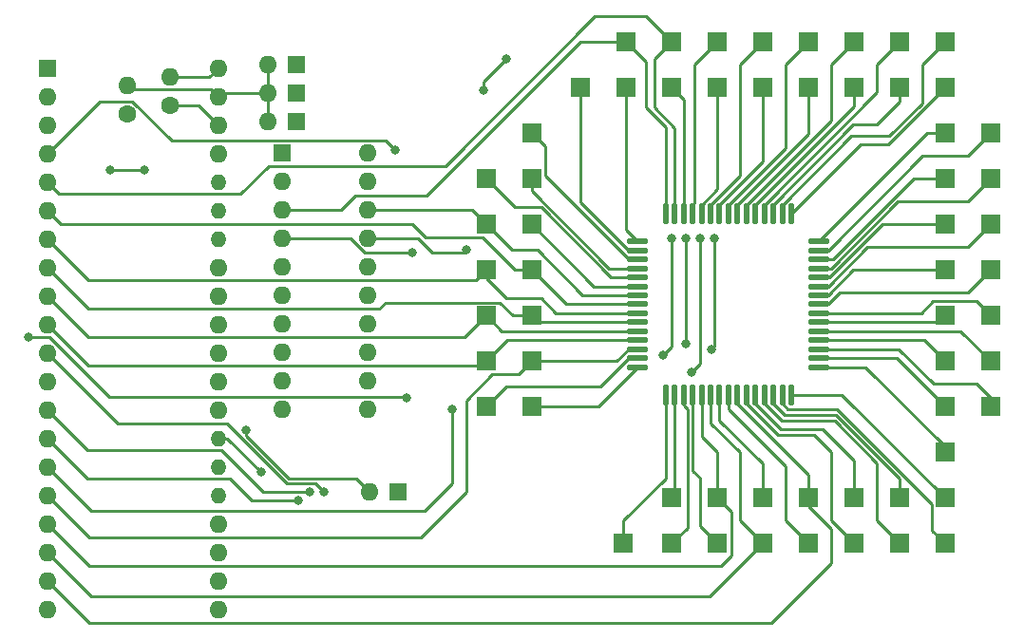
<source format=gtl>
G04 #@! TF.GenerationSoftware,KiCad,Pcbnew,(6.0.0)*
G04 #@! TF.CreationDate,2023-01-29T20:42:11-05:00*
G04 #@! TF.ProjectId,tms7000 qfp 60 adapter,746d7337-3030-4302-9071-667020363020,rev?*
G04 #@! TF.SameCoordinates,Original*
G04 #@! TF.FileFunction,Copper,L1,Top*
G04 #@! TF.FilePolarity,Positive*
%FSLAX46Y46*%
G04 Gerber Fmt 4.6, Leading zero omitted, Abs format (unit mm)*
G04 Created by KiCad (PCBNEW (6.0.0)) date 2023-01-29 20:42:11*
%MOMM*%
%LPD*%
G01*
G04 APERTURE LIST*
G04 Aperture macros list*
%AMRoundRect*
0 Rectangle with rounded corners*
0 $1 Rounding radius*
0 $2 $3 $4 $5 $6 $7 $8 $9 X,Y pos of 4 corners*
0 Add a 4 corners polygon primitive as box body*
4,1,4,$2,$3,$4,$5,$6,$7,$8,$9,$2,$3,0*
0 Add four circle primitives for the rounded corners*
1,1,$1+$1,$2,$3*
1,1,$1+$1,$4,$5*
1,1,$1+$1,$6,$7*
1,1,$1+$1,$8,$9*
0 Add four rect primitives between the rounded corners*
20,1,$1+$1,$2,$3,$4,$5,0*
20,1,$1+$1,$4,$5,$6,$7,0*
20,1,$1+$1,$6,$7,$8,$9,0*
20,1,$1+$1,$8,$9,$2,$3,0*%
G04 Aperture macros list end*
G04 #@! TA.AperFunction,ComponentPad*
%ADD10R,1.700000X1.700000*%
G04 #@! TD*
G04 #@! TA.AperFunction,ComponentPad*
%ADD11R,1.600000X1.600000*%
G04 #@! TD*
G04 #@! TA.AperFunction,ComponentPad*
%ADD12O,1.600000X1.600000*%
G04 #@! TD*
G04 #@! TA.AperFunction,ComponentPad*
%ADD13C,1.600000*%
G04 #@! TD*
G04 #@! TA.AperFunction,ComponentPad*
%ADD14O,1.400000X1.400000*%
G04 #@! TD*
G04 #@! TA.AperFunction,SMDPad,CuDef*
%ADD15RoundRect,0.137500X-0.800000X-0.137500X0.800000X-0.137500X0.800000X0.137500X-0.800000X0.137500X0*%
G04 #@! TD*
G04 #@! TA.AperFunction,SMDPad,CuDef*
%ADD16RoundRect,0.137500X-0.137500X-0.800000X0.137500X-0.800000X0.137500X0.800000X-0.137500X0.800000X0*%
G04 #@! TD*
G04 #@! TA.AperFunction,ViaPad*
%ADD17C,0.800000*%
G04 #@! TD*
G04 #@! TA.AperFunction,Conductor*
%ADD18C,0.250000*%
G04 #@! TD*
G04 APERTURE END LIST*
D10*
X200152000Y-54356000D03*
X179832000Y-50292000D03*
X175768000Y-46228000D03*
X187960000Y-90932000D03*
X183896000Y-86868000D03*
X204216000Y-74676000D03*
D11*
X151384000Y-86360000D03*
D12*
X148844000Y-86360000D03*
D10*
X159258000Y-78740000D03*
X196088000Y-50292000D03*
D13*
X131064000Y-51845000D03*
D12*
X131064000Y-49305000D03*
D10*
X163322000Y-74676000D03*
X187960000Y-50292000D03*
X200152000Y-82804000D03*
X200152000Y-70612000D03*
X204216000Y-58420000D03*
X196088000Y-46228000D03*
X163322000Y-66548000D03*
X163322000Y-78740000D03*
X171704000Y-50292000D03*
X183896000Y-46228000D03*
X179832000Y-90932000D03*
X175768000Y-86868000D03*
X192024000Y-86868000D03*
X183896000Y-50292000D03*
X179832000Y-46228000D03*
X163322000Y-62484000D03*
X171450000Y-90932000D03*
X179832000Y-86868000D03*
D11*
X141102000Y-56134000D03*
D12*
X141102000Y-58674000D03*
X141102000Y-61214000D03*
X141102000Y-63754000D03*
X141102000Y-66294000D03*
X141102000Y-68834000D03*
X141102000Y-71374000D03*
X141102000Y-73914000D03*
X141102000Y-76454000D03*
X141102000Y-78994000D03*
X148722000Y-78994000D03*
X148722000Y-76454000D03*
X148722000Y-73914000D03*
X148722000Y-71374000D03*
X148722000Y-68834000D03*
X148722000Y-66294000D03*
X148722000Y-63754000D03*
X148722000Y-61214000D03*
X148722000Y-58674000D03*
X148722000Y-56134000D03*
D10*
X192024000Y-90932000D03*
X159258000Y-62484000D03*
D11*
X142325810Y-50800000D03*
D12*
X139785810Y-50800000D03*
D10*
X196088000Y-86868000D03*
X175768000Y-90932000D03*
X200152000Y-62484000D03*
X183896000Y-90932000D03*
X200152000Y-46228000D03*
D11*
X120116000Y-48531500D03*
D12*
X120116000Y-51071500D03*
X120116000Y-53611500D03*
X120116000Y-56151500D03*
X120116000Y-58691500D03*
X120116000Y-61231500D03*
X120116000Y-63771500D03*
X120116000Y-66311500D03*
X120116000Y-68851500D03*
X120116000Y-71391500D03*
X120116000Y-73931500D03*
X120116000Y-76471500D03*
X120116000Y-79011500D03*
X120116000Y-81551500D03*
X120116000Y-84091500D03*
X120116000Y-86631500D03*
X120116000Y-89171500D03*
X120116000Y-91711500D03*
X120116000Y-94251500D03*
X120116000Y-96791500D03*
X135356000Y-96791500D03*
X135356000Y-94251500D03*
X135356000Y-91711500D03*
X135356000Y-89171500D03*
D14*
X135356000Y-86631500D03*
X135356000Y-84091500D03*
X135356000Y-81551500D03*
D12*
X135356000Y-79011500D03*
X135356000Y-76471500D03*
X135356000Y-73931500D03*
X135356000Y-71391500D03*
X135356000Y-68851500D03*
X135356000Y-66311500D03*
D14*
X135356000Y-63771500D03*
X135356000Y-61231500D03*
X135356000Y-58691500D03*
D12*
X135356000Y-56151500D03*
X135356000Y-53611500D03*
X135356000Y-51071500D03*
X135356000Y-48531500D03*
D10*
X204216000Y-70612000D03*
D13*
X127254000Y-52607000D03*
D12*
X127254000Y-50067000D03*
D11*
X142325810Y-53340000D03*
D12*
X139785810Y-53340000D03*
D10*
X187960000Y-46228000D03*
X163322000Y-54356000D03*
X159258000Y-70612000D03*
X200152000Y-66548000D03*
X204216000Y-62484000D03*
X200152000Y-50292000D03*
X200152000Y-74676000D03*
X159258000Y-74676000D03*
X171704000Y-46228000D03*
X163322000Y-58420000D03*
X204216000Y-78740000D03*
X187960000Y-86868000D03*
X196088000Y-90932000D03*
X192024000Y-50292000D03*
X204216000Y-54356000D03*
X200152000Y-90932000D03*
X159258000Y-66548000D03*
X200152000Y-78740000D03*
D11*
X142325810Y-48260000D03*
D12*
X139785810Y-48260000D03*
D10*
X167640000Y-50292000D03*
X200152000Y-86868000D03*
D15*
X172760500Y-63996000D03*
X172760500Y-64796000D03*
X172760500Y-65596000D03*
X172760500Y-66396000D03*
X172760500Y-67196000D03*
X172760500Y-67996000D03*
X172760500Y-68796000D03*
X172760500Y-69596000D03*
X172760500Y-70396000D03*
X172760500Y-71196000D03*
X172760500Y-71996000D03*
X172760500Y-72796000D03*
X172760500Y-73596000D03*
X172760500Y-74396000D03*
X172760500Y-75196000D03*
D16*
X175248000Y-77683500D03*
X176048000Y-77683500D03*
X176848000Y-77683500D03*
X177648000Y-77683500D03*
X178448000Y-77683500D03*
X179248000Y-77683500D03*
X180048000Y-77683500D03*
X180848000Y-77683500D03*
X181648000Y-77683500D03*
X182448000Y-77683500D03*
X183248000Y-77683500D03*
X184048000Y-77683500D03*
X184848000Y-77683500D03*
X185648000Y-77683500D03*
X186448000Y-77683500D03*
D15*
X188935500Y-75196000D03*
X188935500Y-74396000D03*
X188935500Y-73596000D03*
X188935500Y-72796000D03*
X188935500Y-71996000D03*
X188935500Y-71196000D03*
X188935500Y-70396000D03*
X188935500Y-69596000D03*
X188935500Y-68796000D03*
X188935500Y-67996000D03*
X188935500Y-67196000D03*
X188935500Y-66396000D03*
X188935500Y-65596000D03*
X188935500Y-64796000D03*
X188935500Y-63996000D03*
D16*
X186448000Y-61508500D03*
X185648000Y-61508500D03*
X184848000Y-61508500D03*
X184048000Y-61508500D03*
X183248000Y-61508500D03*
X182448000Y-61508500D03*
X181648000Y-61508500D03*
X180848000Y-61508500D03*
X180048000Y-61508500D03*
X179248000Y-61508500D03*
X178448000Y-61508500D03*
X177648000Y-61508500D03*
X176848000Y-61508500D03*
X176048000Y-61508500D03*
X175248000Y-61508500D03*
D10*
X175768000Y-50292000D03*
X200152000Y-58420000D03*
X163322000Y-70612000D03*
X204216000Y-66548000D03*
X159258000Y-58420000D03*
X192024000Y-46228000D03*
D17*
X161036000Y-47752000D03*
X159004000Y-50546000D03*
X137858859Y-80835141D03*
X125730000Y-57658000D03*
X128778000Y-57658000D03*
X151130000Y-55880000D03*
X118491989Y-72516011D03*
X152146000Y-77978000D03*
X144780000Y-86360000D03*
X143510000Y-86360000D03*
X156210000Y-78994000D03*
X142494000Y-87122000D03*
X139192000Y-84582000D03*
X152654000Y-65024000D03*
X178308000Y-63754000D03*
X177546000Y-75692000D03*
X177038000Y-73152000D03*
X177038000Y-63754000D03*
X179324000Y-73660000D03*
X179578000Y-63754000D03*
X175006000Y-74168000D03*
X175768000Y-63754000D03*
X157480000Y-64770000D03*
D18*
X179248000Y-60717606D02*
X179248000Y-61508500D01*
X181864000Y-48260000D02*
X181864000Y-58101606D01*
X183896000Y-46228000D02*
X181864000Y-48260000D01*
X181864000Y-58101606D02*
X179248000Y-60717606D01*
X161036000Y-47752000D02*
X159004000Y-49784000D01*
X177648000Y-60717606D02*
X177800000Y-60565606D01*
X177648000Y-61508500D02*
X177648000Y-60717606D01*
X159004000Y-49784000D02*
X159004000Y-50546000D01*
X177800000Y-48260000D02*
X179832000Y-46228000D01*
X177800000Y-60565606D02*
X177800000Y-48260000D01*
X139836875Y-57258511D02*
X155593489Y-57258511D01*
X120116000Y-58691500D02*
X121140511Y-59716011D01*
X174244000Y-52070000D02*
X174244000Y-47752000D01*
X176048000Y-53874000D02*
X174244000Y-52070000D01*
X173482000Y-43942000D02*
X175768000Y-46228000D01*
X174244000Y-47752000D02*
X175768000Y-46228000D01*
X155593489Y-57258511D02*
X168910000Y-43942000D01*
X121140511Y-59716011D02*
X137379375Y-59716011D01*
X176048000Y-61508500D02*
X176048000Y-53874000D01*
X137379375Y-59716011D02*
X139836875Y-57258511D01*
X168910000Y-43942000D02*
X173482000Y-43942000D01*
X147632480Y-85148480D02*
X141664198Y-85148480D01*
X139785810Y-50800000D02*
X135627500Y-50800000D01*
X134714011Y-50429511D02*
X135356000Y-51071500D01*
X125730000Y-57658000D02*
X128778000Y-57658000D01*
X127616511Y-50429511D02*
X134714011Y-50429511D01*
X139785810Y-48260000D02*
X139785810Y-53340000D01*
X137858859Y-81343141D02*
X137858859Y-80835141D01*
X135627500Y-50800000D02*
X135356000Y-51071500D01*
X127254000Y-50067000D02*
X127616511Y-50429511D01*
X148844000Y-86360000D02*
X147632480Y-85148480D01*
X141664198Y-85148480D02*
X137858859Y-81343141D01*
X179832000Y-59333606D02*
X179832000Y-50292000D01*
X178448000Y-61508500D02*
X178448000Y-60717606D01*
X178448000Y-60717606D02*
X179832000Y-59333606D01*
X150259489Y-55009489D02*
X131246789Y-55009489D01*
X176848000Y-51372000D02*
X175768000Y-50292000D01*
X176848000Y-61508500D02*
X176848000Y-51372000D01*
X131246789Y-55009489D02*
X127719789Y-51482489D01*
X127719789Y-51482489D02*
X124785011Y-51482489D01*
X151130000Y-55880000D02*
X150259489Y-55009489D01*
X124785011Y-51482489D02*
X120116000Y-56151500D01*
X180048000Y-77683500D02*
X180048000Y-79972000D01*
X120290811Y-72516011D02*
X118491989Y-72516011D01*
X180048000Y-79972000D02*
X183896000Y-83820000D01*
X163322000Y-78740000D02*
X169216500Y-78740000D01*
X169216500Y-78740000D02*
X172760500Y-75196000D01*
X152146000Y-77978000D02*
X152037489Y-77869489D01*
X185928000Y-84074000D02*
X185928000Y-88900000D01*
X134582500Y-49305000D02*
X135356000Y-48531500D01*
X180848000Y-78994000D02*
X185928000Y-84074000D01*
X131064000Y-49305000D02*
X134582500Y-49305000D01*
X125644289Y-77869489D02*
X120290811Y-72516011D01*
X180848000Y-77683500D02*
X180848000Y-78994000D01*
X185928000Y-88900000D02*
X187960000Y-90932000D01*
X183896000Y-83820000D02*
X183896000Y-86868000D01*
X152037489Y-77869489D02*
X125644289Y-77869489D01*
X133589500Y-51845000D02*
X135356000Y-53611500D01*
X131064000Y-51845000D02*
X133589500Y-51845000D01*
X164147022Y-69088000D02*
X161036000Y-69088000D01*
X161036000Y-69088000D02*
X159258000Y-67310000D01*
X123780511Y-67436011D02*
X120116000Y-63771500D01*
X159258000Y-67310000D02*
X159258000Y-66548000D01*
X158369989Y-67436011D02*
X123780511Y-67436011D01*
X159258000Y-66548000D02*
X158369989Y-67436011D01*
X165455022Y-70396000D02*
X164147022Y-69088000D01*
X172760500Y-70396000D02*
X165455022Y-70396000D01*
X123780511Y-72516011D02*
X120116000Y-68851500D01*
X160642000Y-71996000D02*
X159258000Y-70612000D01*
X172760500Y-71996000D02*
X160642000Y-71996000D01*
X157353989Y-72516011D02*
X123780511Y-72516011D01*
X159258000Y-70612000D02*
X157353989Y-72516011D01*
X144018000Y-85598000D02*
X141478000Y-85598000D01*
X126448500Y-80264000D02*
X120116000Y-73931500D01*
X144780000Y-86360000D02*
X144018000Y-85598000D01*
X175248000Y-85102000D02*
X171450000Y-88900000D01*
X175248000Y-77683500D02*
X175248000Y-85102000D01*
X141478000Y-85598000D02*
X136144000Y-80264000D01*
X136144000Y-80264000D02*
X126448500Y-80264000D01*
X171450000Y-88900000D02*
X171450000Y-90932000D01*
X176848000Y-77683500D02*
X176848000Y-78643520D01*
X177198480Y-89501520D02*
X175768000Y-90932000D01*
X123680511Y-82576011D02*
X135609989Y-82576011D01*
X176848000Y-78643520D02*
X177198480Y-78994000D01*
X177198480Y-78994000D02*
X177198480Y-89501520D01*
X143510000Y-86360000D02*
X139393978Y-86360000D01*
X120116000Y-79011500D02*
X123680511Y-82576011D01*
X139393978Y-86360000D02*
X135609989Y-82576011D01*
X169403606Y-76962000D02*
X161036000Y-76962000D01*
X124071489Y-88046989D02*
X153761011Y-88046989D01*
X156210000Y-85598000D02*
X156210000Y-78994000D01*
X172760500Y-74396000D02*
X171969606Y-74396000D01*
X171969606Y-74396000D02*
X169403606Y-76962000D01*
X120116000Y-84091500D02*
X124071489Y-88046989D01*
X153761011Y-88046989D02*
X156210000Y-85598000D01*
X161036000Y-76962000D02*
X159258000Y-78740000D01*
X152662614Y-62484000D02*
X121368500Y-62484000D01*
X153837125Y-63658511D02*
X152662614Y-62484000D01*
X158908511Y-63658511D02*
X153837125Y-63658511D01*
X121368500Y-62484000D02*
X120116000Y-61231500D01*
X166370000Y-69596000D02*
X163322000Y-66548000D01*
X163322000Y-66548000D02*
X161798000Y-66548000D01*
X172760500Y-69596000D02*
X166370000Y-69596000D01*
X161798000Y-66548000D02*
X158908511Y-63658511D01*
X149733989Y-69976011D02*
X123780511Y-69976011D01*
X123780511Y-69976011D02*
X120116000Y-66311500D01*
X172760500Y-71196000D02*
X163906000Y-71196000D01*
X163322000Y-70612000D02*
X161607022Y-70612000D01*
X150272511Y-69437489D02*
X149733989Y-69976011D01*
X163906000Y-71196000D02*
X163322000Y-70612000D01*
X161607022Y-70612000D02*
X160432511Y-69437489D01*
X160432511Y-69437489D02*
X150272511Y-69437489D01*
X123780511Y-75056011D02*
X120116000Y-71391500D01*
X159258000Y-74676000D02*
X158877989Y-75056011D01*
X161138000Y-72796000D02*
X159258000Y-74676000D01*
X172760500Y-72796000D02*
X161138000Y-72796000D01*
X158877989Y-75056011D02*
X123780511Y-75056011D01*
X177648000Y-84430000D02*
X178308000Y-85090000D01*
X142494000Y-87122000D02*
X138377978Y-87122000D01*
X178308000Y-85090000D02*
X178308000Y-89408000D01*
X177648000Y-77683500D02*
X177648000Y-84430000D01*
X138377978Y-87122000D02*
X136371989Y-85116011D01*
X178308000Y-89408000D02*
X179832000Y-90932000D01*
X120116000Y-81551500D02*
X123680511Y-85116011D01*
X123680511Y-85116011D02*
X136371989Y-85116011D01*
X120116000Y-89171500D02*
X123908500Y-92964000D01*
X180149022Y-92964000D02*
X181102000Y-92011022D01*
X123908500Y-92964000D02*
X180149022Y-92964000D01*
X181102000Y-92011022D02*
X181102000Y-88138000D01*
X181102000Y-88138000D02*
X179832000Y-86868000D01*
X179832000Y-82804000D02*
X179832000Y-86868000D01*
X178448000Y-77683500D02*
X178448000Y-81420000D01*
X178448000Y-81420000D02*
X179832000Y-82804000D01*
X189992000Y-92710000D02*
X189992000Y-89662000D01*
X184658000Y-98044000D02*
X189992000Y-92710000D01*
X187960000Y-87630000D02*
X187960000Y-86868000D01*
X181648000Y-78474394D02*
X187960000Y-84786394D01*
X181648000Y-77683500D02*
X181648000Y-78474394D01*
X189992000Y-89662000D02*
X187960000Y-87630000D01*
X187960000Y-84786394D02*
X187960000Y-86868000D01*
X123908500Y-98044000D02*
X184658000Y-98044000D01*
X120116000Y-94251500D02*
X123908500Y-98044000D01*
X190307586Y-80010000D02*
X194056000Y-83758414D01*
X184048000Y-78474394D02*
X185583606Y-80010000D01*
X184048000Y-77683500D02*
X184048000Y-78474394D01*
X194056000Y-83758414D02*
X194056000Y-88900000D01*
X185583606Y-80010000D02*
X190307586Y-80010000D01*
X194056000Y-88900000D02*
X196088000Y-90932000D01*
X198977489Y-89757489D02*
X200152000Y-90932000D01*
X186119126Y-78945520D02*
X190514542Y-78945520D01*
X185648000Y-77683500D02*
X185648000Y-78474394D01*
X190514542Y-78945520D02*
X198977489Y-87408467D01*
X198977489Y-87408467D02*
X198977489Y-89757489D01*
X185648000Y-78474394D02*
X186119126Y-78945520D01*
X190967500Y-77683500D02*
X200152000Y-86868000D01*
X186448000Y-77683500D02*
X190967500Y-77683500D01*
X157480000Y-78168978D02*
X159798467Y-75850511D01*
X162147489Y-75850511D02*
X163322000Y-74676000D01*
X163322000Y-74676000D02*
X170889606Y-74676000D01*
X123908500Y-90424000D02*
X153416000Y-90424000D01*
X157480000Y-86360000D02*
X157480000Y-78168978D01*
X120116000Y-86631500D02*
X123908500Y-90424000D01*
X153416000Y-90424000D02*
X157480000Y-86360000D01*
X159798467Y-75850511D02*
X162147489Y-75850511D01*
X170889606Y-74676000D02*
X171969606Y-73596000D01*
X171969606Y-73596000D02*
X172760500Y-73596000D01*
X179161011Y-95666989D02*
X183896000Y-90932000D01*
X181864000Y-82804000D02*
X181864000Y-88900000D01*
X179248000Y-80188000D02*
X181864000Y-82804000D01*
X179248000Y-77683500D02*
X179248000Y-80188000D01*
X120116000Y-91711500D02*
X124071489Y-95666989D01*
X181864000Y-88900000D02*
X183896000Y-90932000D01*
X124071489Y-95666989D02*
X179161011Y-95666989D01*
X182448000Y-77683500D02*
X182448000Y-78474394D01*
X182448000Y-78474394D02*
X185253606Y-81280000D01*
X185253606Y-81280000D02*
X188468000Y-81280000D01*
X188468000Y-81280000D02*
X189992000Y-82804000D01*
X189992000Y-82804000D02*
X189992000Y-88900000D01*
X189992000Y-88900000D02*
X192024000Y-90932000D01*
X183248000Y-77683500D02*
X183248000Y-78474394D01*
X183248000Y-78474394D02*
X185545606Y-80772000D01*
X192024000Y-83566000D02*
X192024000Y-86868000D01*
X189230000Y-80772000D02*
X192024000Y-83566000D01*
X185545606Y-80772000D02*
X189230000Y-80772000D01*
X185875606Y-79502000D02*
X190435304Y-79502000D01*
X184848000Y-77683500D02*
X184848000Y-78474394D01*
X190435304Y-79502000D02*
X196088000Y-85154696D01*
X184848000Y-78474394D02*
X185875606Y-79502000D01*
X196088000Y-85154696D02*
X196088000Y-86868000D01*
X188935500Y-74396000D02*
X195808000Y-74396000D01*
X195808000Y-74396000D02*
X200152000Y-78740000D01*
X200152000Y-82296000D02*
X200152000Y-82804000D01*
X136161500Y-81551500D02*
X135356000Y-81551500D01*
X139192000Y-84582000D02*
X136161500Y-81551500D01*
X188935500Y-75196000D02*
X193052000Y-75196000D01*
X193052000Y-75196000D02*
X200152000Y-82296000D01*
X184048000Y-61508500D02*
X184048000Y-60717606D01*
X194056000Y-48260000D02*
X196088000Y-46228000D01*
X194056000Y-50709606D02*
X194056000Y-48260000D01*
X184048000Y-60717606D02*
X194056000Y-50709606D01*
X183896000Y-56869606D02*
X183896000Y-50292000D01*
X180048000Y-61508500D02*
X180048000Y-60717606D01*
X180048000Y-60717606D02*
X183896000Y-56869606D01*
X181648000Y-60717606D02*
X187960000Y-54405606D01*
X187960000Y-54405606D02*
X187960000Y-50292000D01*
X181648000Y-61508500D02*
X181648000Y-60717606D01*
X183248000Y-60717606D02*
X192024000Y-51941606D01*
X192024000Y-51941606D02*
X192024000Y-50292000D01*
X183248000Y-61508500D02*
X183248000Y-60717606D01*
X176048000Y-86588000D02*
X175768000Y-86868000D01*
X176048000Y-77683500D02*
X176048000Y-86588000D01*
X189853436Y-67196000D02*
X194565436Y-62484000D01*
X194565436Y-62484000D02*
X200152000Y-62484000D01*
X188935500Y-67196000D02*
X189853436Y-67196000D01*
X190017718Y-66396000D02*
X195961718Y-60452000D01*
X202184000Y-60452000D02*
X204216000Y-58420000D01*
X195961718Y-60452000D02*
X202184000Y-60452000D01*
X188935500Y-66396000D02*
X190017718Y-66396000D01*
X188935500Y-65596000D02*
X190182000Y-65596000D01*
X200152000Y-58420000D02*
X197358000Y-58420000D01*
X197358000Y-58420000D02*
X190182000Y-65596000D01*
X188935500Y-64796000D02*
X189726394Y-64796000D01*
X198134394Y-56388000D02*
X202184000Y-56388000D01*
X189726394Y-64796000D02*
X198134394Y-56388000D01*
X202184000Y-56388000D02*
X204216000Y-54356000D01*
X198575500Y-54356000D02*
X200152000Y-54356000D01*
X188935500Y-63996000D02*
X198575500Y-54356000D01*
X148401700Y-65024000D02*
X152654000Y-65024000D01*
X141102000Y-63754000D02*
X147131700Y-63754000D01*
X147131700Y-63754000D02*
X148401700Y-65024000D01*
X171704000Y-62939500D02*
X171704000Y-50292000D01*
X172760500Y-63996000D02*
X171704000Y-62939500D01*
X164496511Y-58122905D02*
X164496511Y-55530511D01*
X178308000Y-63754000D02*
X178308000Y-74930000D01*
X178308000Y-74930000D02*
X177546000Y-75692000D01*
X164496511Y-55530511D02*
X163322000Y-54356000D01*
X172760500Y-65596000D02*
X171969606Y-65596000D01*
X171969606Y-65596000D02*
X164496511Y-58122905D01*
X172760500Y-67196000D02*
X170383022Y-67196000D01*
X161798000Y-60960000D02*
X159258000Y-58420000D01*
X177038000Y-63754000D02*
X177038000Y-73152000D01*
X164147022Y-60960000D02*
X161798000Y-60960000D01*
X170383022Y-67196000D02*
X164147022Y-60960000D01*
X161544000Y-64770000D02*
X159258000Y-62484000D01*
X157988000Y-61214000D02*
X159258000Y-62484000D01*
X172760500Y-68796000D02*
X167856000Y-68796000D01*
X167856000Y-68796000D02*
X163830000Y-64770000D01*
X163830000Y-64770000D02*
X161544000Y-64770000D01*
X148722000Y-61214000D02*
X157988000Y-61214000D01*
X192584500Y-55372000D02*
X195072000Y-55372000D01*
X186448000Y-61508500D02*
X192584500Y-55372000D01*
X195072000Y-55372000D02*
X200152000Y-50292000D01*
X191755606Y-54610000D02*
X195198282Y-54610000D01*
X198120000Y-51688282D02*
X198120000Y-48260000D01*
X185648000Y-60717606D02*
X191755606Y-54610000D01*
X198120000Y-48260000D02*
X200152000Y-46228000D01*
X195198282Y-54610000D02*
X198120000Y-51688282D01*
X185648000Y-61508500D02*
X185648000Y-60717606D01*
X196088000Y-51562000D02*
X196088000Y-50292000D01*
X191971606Y-53594000D02*
X194056000Y-53594000D01*
X184848000Y-60717606D02*
X191971606Y-53594000D01*
X194056000Y-53594000D02*
X196088000Y-51562000D01*
X184848000Y-61508500D02*
X184848000Y-60717606D01*
X173482000Y-48006000D02*
X171704000Y-46228000D01*
X147574000Y-59944000D02*
X153924000Y-59944000D01*
X153924000Y-59944000D02*
X167640000Y-46228000D01*
X167640000Y-46228000D02*
X171704000Y-46228000D01*
X146304000Y-61214000D02*
X147574000Y-59944000D01*
X173482000Y-52070000D02*
X173482000Y-48006000D01*
X141102000Y-61214000D02*
X146304000Y-61214000D01*
X175248000Y-61508500D02*
X175248000Y-53836000D01*
X175248000Y-53836000D02*
X173482000Y-52070000D01*
X171969606Y-64796000D02*
X167640000Y-60466394D01*
X167640000Y-60466394D02*
X167640000Y-50292000D01*
X172760500Y-64796000D02*
X171969606Y-64796000D01*
X179578000Y-73406000D02*
X179324000Y-73660000D01*
X179578000Y-63754000D02*
X179578000Y-73406000D01*
X163322000Y-59499260D02*
X163322000Y-58420000D01*
X175768000Y-73406000D02*
X175006000Y-74168000D01*
X175768000Y-63754000D02*
X175768000Y-73406000D01*
X170218740Y-66396000D02*
X163322000Y-59499260D01*
X172760500Y-66396000D02*
X170218740Y-66396000D01*
X168834000Y-67996000D02*
X163322000Y-62484000D01*
X148722000Y-63754000D02*
X153162000Y-63754000D01*
X172760500Y-67996000D02*
X168834000Y-67996000D01*
X157226000Y-65024000D02*
X157480000Y-64770000D01*
X153162000Y-63754000D02*
X154432000Y-65024000D01*
X154432000Y-65024000D02*
X157226000Y-65024000D01*
X188935500Y-73596000D02*
X196024000Y-73596000D01*
X196024000Y-73596000D02*
X199136000Y-76708000D01*
X202946000Y-76708000D02*
X204216000Y-77978000D01*
X204216000Y-77978000D02*
X204216000Y-78740000D01*
X199136000Y-76708000D02*
X202946000Y-76708000D01*
X188935500Y-72796000D02*
X198272000Y-72796000D01*
X198272000Y-72796000D02*
X200152000Y-74676000D01*
X188935500Y-69596000D02*
X189738000Y-69596000D01*
X189738000Y-69596000D02*
X190754000Y-68580000D01*
X190754000Y-68580000D02*
X202184000Y-68580000D01*
X202184000Y-68580000D02*
X204216000Y-66548000D01*
X188935500Y-67996000D02*
X189726394Y-67996000D01*
X189726394Y-67996000D02*
X193206394Y-64516000D01*
X193206394Y-64516000D02*
X202184000Y-64516000D01*
X202184000Y-64516000D02*
X204216000Y-62484000D01*
X188935500Y-71996000D02*
X201536000Y-71996000D01*
X201536000Y-71996000D02*
X204216000Y-74676000D01*
X199568000Y-71196000D02*
X200152000Y-70612000D01*
X188935500Y-71196000D02*
X199568000Y-71196000D01*
X198018978Y-70396000D02*
X199072978Y-69342000D01*
X188935500Y-70396000D02*
X198018978Y-70396000D01*
X199072978Y-69342000D02*
X202946000Y-69342000D01*
X202946000Y-69342000D02*
X204216000Y-70612000D01*
X191974394Y-66548000D02*
X189726394Y-68796000D01*
X200152000Y-66548000D02*
X191974394Y-66548000D01*
X189726394Y-68796000D02*
X188935500Y-68796000D01*
X182448000Y-60717606D02*
X189992000Y-53173606D01*
X189992000Y-48260000D02*
X192024000Y-46228000D01*
X182448000Y-61508500D02*
X182448000Y-60717606D01*
X189992000Y-53173606D02*
X189992000Y-48260000D01*
X180848000Y-61508500D02*
X180848000Y-60717606D01*
X185928000Y-55637606D02*
X185928000Y-48260000D01*
X180848000Y-60717606D02*
X185928000Y-55637606D01*
X185928000Y-48260000D02*
X187960000Y-46228000D01*
M02*

</source>
